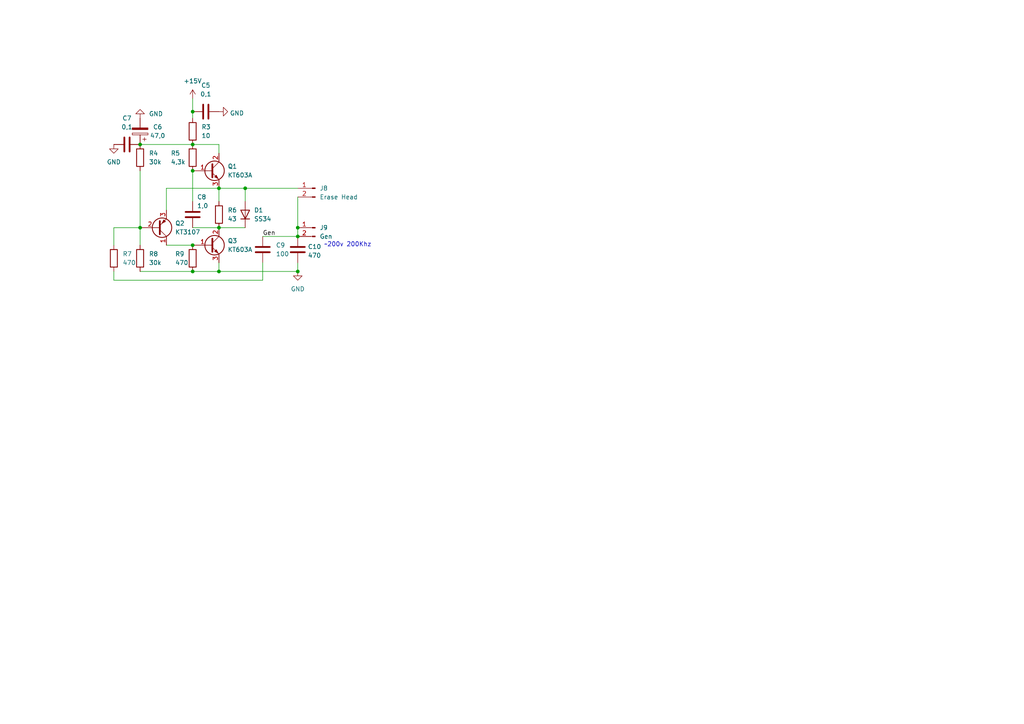
<source format=kicad_sch>
(kicad_sch (version 20211123) (generator eeschema)
  (paper "A4")
  (lib_symbols
    (symbol "Connector:Conn_01x02_Male" (pin_names (offset 1.016) hide)
      (property "Reference" "J" (at 0 2.54 0))
      (property "Value" "Conn_01x02_Male" (at 0 -5.08 0))
      (symbol "Conn_01x02_Male_1_1"
        (polyline (pts (xy 1.27 -2.54) (xy 0.8636 -2.54)) (stroke (width 0.1524)))
        (polyline (pts (xy 1.27 0) (xy 0.8636 0)) (stroke (width 0.1524)))
        (rectangle (start 0.8636 -2.413) (end 0 -2.667) (stroke (width 0.1524)) (fill (type outline)))
        (rectangle (start 0.8636 0.127) (end 0 -0.127) (stroke (width 0.1524)) (fill (type outline)))
        (pin passive line (at 5.08 0 180) (length 3.81) (name "Pin_1") (number "1"))
        (pin passive line (at 5.08 -2.54 180) (length 3.81) (name "Pin_2") (number "2"))
      )
    )
    (symbol "Device:C" (pin_numbers hide) (pin_names (offset 0.254))
      (property "Reference" "C" (at 0.635 2.54 0))
      (property "Value" "C" (at 0.635 -2.54 0))
      (symbol "C_0_1"
        (polyline (pts (xy -2.032 -0.762) (xy 2.032 -0.762)) (stroke (width 0.508)))
        (polyline (pts (xy -2.032 0.762) (xy 2.032 0.762)) (stroke (width 0.508)))
      )
      (symbol "C_1_1"
        (pin passive line (at 0 3.81 270) (length 2.794) (name "~") (number "1"))
        (pin passive line (at 0 -3.81 90) (length 2.794) (name "~") (number "2"))
      )
    )
    (symbol "Device:C_Polarized" (pin_numbers hide) (pin_names (offset 0.254))
      (property "Reference" "C" (at 0.635 2.54 0))
      (property "Value" "C_Polarized" (at 0.635 -2.54 0))
      (symbol "C_Polarized_0_1"
        (rectangle (start -2.286 0.508) (end 2.286 1.016))
        (polyline (pts (xy -1.778 2.286) (xy -0.762 2.286)))
        (polyline (pts (xy -1.27 2.794) (xy -1.27 1.778)))
        (rectangle (start 2.286 -0.508) (end -2.286 -1.016) (fill (type outline)))
      )
      (symbol "C_Polarized_1_1"
        (pin passive line (at 0 3.81 270) (length 2.794) (name "~") (number "1"))
        (pin passive line (at 0 -3.81 90) (length 2.794) (name "~") (number "2"))
      )
    )
    (symbol "Device:D" (pin_numbers hide) (pin_names (offset 1.016) hide)
      (property "Reference" "D" (at 0 2.54 0))
      (property "Value" "D" (at 0 -2.54 0))
      (symbol "D_0_1"
        (polyline (pts (xy -1.27 1.27) (xy -1.27 -1.27)) (stroke (width 0.254)))
        (polyline (pts (xy 1.27 0) (xy -1.27 0)))
        (polyline (pts (xy 1.27 1.27) (xy 1.27 -1.27) (xy -1.27 0) (xy 1.27 1.27)) (stroke (width 0.254)))
      )
      (symbol "D_1_1"
        (pin passive line (at -3.81 0 0) (length 2.54) (name "K") (number "1"))
        (pin passive line (at 3.81 0 180) (length 2.54) (name "A") (number "2"))
      )
    )
    (symbol "Device:Q_NPN_BCE" (pin_names (offset 0) hide)
      (property "Reference" "Q" (at 5.08 1.27 0))
      (property "Value" "Q_NPN_BCE" (at 5.08 -1.27 0))
      (symbol "Q_NPN_BCE_0_1"
        (polyline (pts (xy 0.635 0.635) (xy 2.54 2.54)))
        (polyline (pts (xy 0.635 -0.635) (xy 2.54 -2.54) (xy 2.54 -2.54)))
        (polyline (pts (xy 0.635 1.905) (xy 0.635 -1.905) (xy 0.635 -1.905)) (stroke (width 0.508)))
        (polyline (pts (xy 1.27 -1.778) (xy 1.778 -1.27) (xy 2.286 -2.286) (xy 1.27 -1.778) (xy 1.27 -1.778)) (fill (type outline)))
        (circle (center 1.27 0) (radius 2.8194) (stroke (width 0.254)))
      )
      (symbol "Q_NPN_BCE_1_1"
        (pin input line (at -5.08 0 0) (length 5.715) (name "B") (number "1"))
        (pin passive line (at 2.54 5.08 270) (length 2.54) (name "C") (number "2"))
        (pin passive line (at 2.54 -5.08 90) (length 2.54) (name "E") (number "3"))
      )
    )
    (symbol "Device:Q_PNP_CBE" (pin_names (offset 0) hide)
      (property "Reference" "Q" (at 5.08 1.27 0))
      (property "Value" "Q_PNP_CBE" (at 5.08 -1.27 0))
      (symbol "Q_PNP_CBE_0_1"
        (polyline (pts (xy 0.635 0.635) (xy 2.54 2.54)))
        (polyline (pts (xy 0.635 -0.635) (xy 2.54 -2.54) (xy 2.54 -2.54)))
        (polyline (pts (xy 0.635 1.905) (xy 0.635 -1.905) (xy 0.635 -1.905)) (stroke (width 0.508)))
        (polyline (pts (xy 2.286 -1.778) (xy 1.778 -2.286) (xy 1.27 -1.27) (xy 2.286 -1.778) (xy 2.286 -1.778)) (fill (type outline)))
        (circle (center 1.27 0) (radius 2.8194) (stroke (width 0.254)))
      )
      (symbol "Q_PNP_CBE_1_1"
        (pin passive line (at 2.54 5.08 270) (length 2.54) (name "C") (number "1"))
        (pin input line (at -5.08 0 0) (length 5.715) (name "B") (number "2"))
        (pin passive line (at 2.54 -5.08 90) (length 2.54) (name "E") (number "3"))
      )
    )
    (symbol "Device:R" (pin_numbers hide) (pin_names (offset 0))
      (property "Reference" "R" (at 2.032 0 90))
      (property "Value" "R" (at 0 0 90))
      (symbol "R_0_1"
        (rectangle (start -1.016 -2.54) (end 1.016 2.54) (stroke (width 0.254)))
      )
      (symbol "R_1_1"
        (pin passive line (at 0 3.81 270) (length 1.27) (name "~") (number "1"))
        (pin passive line (at 0 -3.81 90) (length 1.27) (name "~") (number "2"))
      )
    )
    (symbol "power:+15V" (power) (pin_names (offset 0))
      (property "Value" "+15V" (at 0 3.556 0))
      (symbol "+15V_0_1"
        (polyline (pts (xy -0.762 1.27) (xy 0 2.54)))
        (polyline (pts (xy 0 0) (xy 0 2.54)))
        (polyline (pts (xy 0 2.54) (xy 0.762 1.27)))
      )
      (symbol "+15V_1_1"
        (pin power_in line (at 0 0 90) (length 0) hide (name "+15V") (number "1"))
      )
    )
    (symbol "power:GND" (power) (pin_names (offset 0))
      (property "Value" "GND" (at 0 -3.81 0))
      (symbol "GND_0_1"
        (polyline (pts (xy 0 0) (xy 0 -1.27) (xy 1.27 -1.27) (xy 0 -2.54) (xy -1.27 -1.27) (xy 0 -1.27)))
      )
      (symbol "GND_1_1"
        (pin power_in line (at 0 0 270) (length 0) hide (name "GND") (number "1"))
      )
    )
  )
  (junction (at 55.88 49.53))
  (junction (at 63.5 78.74))
  (junction (at 63.5 66.04))
  (junction (at 55.88 71.12))
  (junction (at 86.36 78.74))
  (junction (at 86.36 68.58))
  (junction (at 55.88 41.91))
  (junction (at 55.88 32.385))
  (junction (at 40.64 66.04))
  (junction (at 40.64 41.91))
  (junction (at 86.36 66.04))
  (junction (at 63.5 54.61))
  (junction (at 71.12 54.61))
  (junction (at 55.88 78.74))
  (wire (pts (xy 71.12 54.61) (xy 86.36 54.61)))
  (wire (pts (xy 33.02 81.28) (xy 76.2 81.28)))
  (wire (pts (xy 40.64 78.74) (xy 55.88 78.74)))
  (wire (pts (xy 55.88 49.53) (xy 55.88 58.42)))
  (wire (pts (xy 71.12 54.61) (xy 63.5 54.61)))
  (wire (pts (xy 55.88 32.385) (xy 55.88 34.29)))
  (wire (pts (xy 48.26 54.61) (xy 63.5 54.61)))
  (wire (pts (xy 63.5 66.04) (xy 71.12 66.04)))
  (wire (pts (xy 48.26 60.96) (xy 48.26 54.61)))
  (wire (pts (xy 40.64 41.91) (xy 55.88 41.91)))
  (wire (pts (xy 76.2 81.28) (xy 76.2 76.2)))
  (wire (pts (xy 33.02 78.74) (xy 33.02 81.28)))
  (wire (pts (xy 63.5 76.2) (xy 63.5 78.74)))
  (wire (pts (xy 33.02 66.04) (xy 40.64 66.04)))
  (wire (pts (xy 40.64 66.04) (xy 40.64 71.12)))
  (wire (pts (xy 33.02 71.12) (xy 33.02 66.04)))
  (wire (pts (xy 63.5 54.61) (xy 63.5 58.42)))
  (wire (pts (xy 63.5 44.45) (xy 63.5 41.91)))
  (wire (pts (xy 71.12 58.42) (xy 71.12 54.61)))
  (wire (pts (xy 86.36 66.04) (xy 86.36 68.58)))
  (wire (pts (xy 48.26 71.12) (xy 55.88 71.12)))
  (wire (pts (xy 55.88 66.04) (xy 63.5 66.04)))
  (wire (pts (xy 86.36 76.2) (xy 86.36 78.74)))
  (wire (pts (xy 86.36 78.74) (xy 63.5 78.74)))
  (wire (pts (xy 86.36 57.15) (xy 86.36 66.04)))
  (wire (pts (xy 40.64 49.53) (xy 40.64 66.04)))
  (wire (pts (xy 63.5 41.91) (xy 55.88 41.91)))
  (wire (pts (xy 63.5 78.74) (xy 55.88 78.74)))
  (wire (pts (xy 76.2 68.58) (xy 86.36 68.58)))
  (wire (pts (xy 55.88 28.575) (xy 55.88 32.385)))
  (text "~200v 200Khz" (at 93.98 71.755 0) (effects (font (size 1.27 1.27)) (justify left bottom)))
  (label "Gen" (at 76.2 68.58 0))
  (symbol (lib_id "Device:C") (at 36.83 41.91 270) (unit 1)
    (property "Reference" "C7" (at 36.83 34.29 90))
    (property "Value" "0,1" (at 36.83 36.83 90))
    (property "Footprint" "Capacitor_SMD:C_0805_2012Metric_Pad1.18x1.45mm_HandSolder" (effects hide))
  )
  (symbol (lib_id "Device:R") (at 55.88 74.93 180) (unit 1)
    (property "Reference" "R9" (at 50.8 73.66 0) (effects (justify right)))
    (property "Value" "470" (at 50.8 76.2 0) (effects (justify right)))
    (property "Footprint" "Resistor_SMD:R_1206_3216Metric_Pad1.30x1.75mm_HandSolder" (effects hide))
  )
  (symbol (lib_id "Device:R") (at 33.02 74.93 180) (unit 1)
    (property "Reference" "R7" (at 35.56 73.6599 0) (effects (justify right)))
    (property "Value" "470" (at 35.56 76.1999 0) (effects (justify right)))
    (property "Footprint" "Resistor_SMD:R_1206_3216Metric_Pad1.30x1.75mm_HandSolder" (effects hide))
  )
  (symbol (lib_id "Connector:Conn_01x02_Male") (at 91.44 66.04 0) (mirror y) (unit 1)
    (property "Reference" "J9" (at 92.71 66.0399 0) (effects (justify right)))
    (property "Value" "Gen" (at 92.71 68.5799 0) (effects (justify right)))
    (property "Footprint" "Connector_PinHeader_2.54mm:PinHeader_1x02_P2.54mm_Vertical" (effects hide))
  )
  (symbol (lib_id "Device:R") (at 55.88 45.72 180) (unit 1)
    (property "Reference" "R5" (at 49.53 44.45 0) (effects (justify right)))
    (property "Value" "4,3k" (at 49.53 46.99 0) (effects (justify right)))
    (property "Footprint" "Resistor_SMD:R_1206_3216Metric_Pad1.30x1.75mm_HandSolder" (effects hide))
  )
  (symbol (lib_id "Device:R") (at 40.64 74.93 180) (unit 1)
    (property "Reference" "R8" (at 43.18 73.6599 0) (effects (justify right)))
    (property "Value" "30k" (at 43.18 76.1999 0) (effects (justify right)))
    (property "Footprint" "Resistor_SMD:R_1206_3216Metric_Pad1.30x1.75mm_HandSolder" (effects hide))
  )
  (symbol (lib_id "Device:Q_PNP_CBE") (at 45.72 66.04 0) (mirror x) (unit 1)
    (property "Reference" "Q2" (at 50.8 64.7699 0) (effects (justify left)))
    (property "Value" "KT3107" (at 50.8 67.3099 0) (effects (justify left)))
    (property "Footprint" "Package_TO_SOT_THT:TO-92" (effects hide))
  )
  (symbol (lib_id "power:GND") (at 86.36 78.74 0) (unit 1)
    (property "Reference" "#PWR020" (effects hide))
    (property "Value" "GND" (at 86.36 83.82 0))
  )
  (symbol (lib_id "power:GND") (at 33.02 41.91 0) (unit 1)
    (property "Reference" "#PWR019" (effects hide))
    (property "Value" "GND" (at 33.02 46.99 0))
  )
  (symbol (lib_id "Connector:Conn_01x02_Male") (at 91.44 54.61 0) (mirror y) (unit 1)
    (property "Reference" "J8" (at 92.71 54.6099 0) (effects (justify right)))
    (property "Value" "Erase Head" (at 92.71 57.1499 0) (effects (justify right)))
    (property "Footprint" "Connector_PinHeader_2.54mm:PinHeader_1x02_P2.54mm_Vertical" (effects hide))
  )
  (symbol (lib_id "Device:C") (at 76.2 72.39 180) (unit 1)
    (property "Reference" "C9" (at 80.01 71.1199 0) (effects (justify right)))
    (property "Value" "100" (at 80.01 73.6599 0) (effects (justify right)))
    (property "Footprint" "Capacitor_THT:C_Disc_D5.0mm_W2.5mm_P2.50mm" (effects hide))
  )
  (symbol (lib_id "Device:R") (at 55.88 38.1 180) (unit 1)
    (property "Reference" "R3" (at 58.42 36.8299 0) (effects (justify right)))
    (property "Value" "10" (at 58.42 39.3699 0) (effects (justify right)))
    (property "Footprint" "Resistor_THT:R_Axial_DIN0309_L9.0mm_D3.2mm_P2.54mm_Vertical" (effects hide))
  )
  (symbol (lib_id "Device:C") (at 55.88 62.23 180) (unit 1)
    (property "Reference" "C8" (at 57.15 57.15 0) (effects (justify right)))
    (property "Value" "1,0" (at 57.15 59.69 0) (effects (justify right)))
    (property "Footprint" "Capacitor_SMD:C_0805_2012Metric_Pad1.18x1.45mm_HandSolder" (effects hide))
  )
  (symbol (lib_id "Device:R") (at 40.64 45.72 180) (unit 1)
    (property "Reference" "R4" (at 43.18 44.4499 0) (effects (justify right)))
    (property "Value" "30k" (at 43.18 46.9899 0) (effects (justify right)))
    (property "Footprint" "Resistor_SMD:R_1206_3216Metric_Pad1.30x1.75mm_HandSolder" (effects hide))
  )
  (symbol (lib_id "Device:C") (at 86.36 72.39 180) (unit 1)
    (property "Reference" "C10" (at 89.281 71.5553 0) (effects (justify right)))
    (property "Value" "470" (at 89.281 74.0922 0) (effects (justify right)))
    (property "Footprint" "Capacitor_THT:C_Disc_D5.0mm_W2.5mm_P2.50mm" (effects hide))
  )
  (symbol (lib_id "power:GND") (at 40.64 34.29 180) (unit 1)
    (property "Reference" "#PWR018" (effects hide))
    (property "Value" "GND" (at 43.18 33.0199 0) (effects (justify right)))
  )
  (symbol (lib_id "Device:C_Polarized") (at 40.64 38.1 180) (unit 1)
    (property "Reference" "C6" (at 45.72 36.83 0))
    (property "Value" "47,0" (at 45.72 39.37 0))
    (property "Footprint" "Capacitor_THT:CP_Radial_D6.3mm_P2.50mm" (effects hide))
  )
  (symbol (lib_id "power:GND") (at 63.5 32.385 90) (unit 1)
    (property "Reference" "#PWR017" (effects hide))
    (property "Value" "GND" (at 66.675 32.8188 90) (effects (justify right)))
  )
  (symbol (lib_id "Device:R") (at 63.5 62.23 180) (unit 1)
    (property "Reference" "R6" (at 66.04 60.9599 0) (effects (justify right)))
    (property "Value" "43" (at 66.04 63.4999 0) (effects (justify right)))
    (property "Footprint" "Resistor_THT:R_Axial_DIN0309_L9.0mm_D3.2mm_P2.54mm_Vertical" (effects hide))
  )
  (symbol (lib_id "Device:C") (at 59.69 32.385 270) (unit 1)
    (property "Reference" "C5" (at 59.69 24.765 90))
    (property "Value" "0,1" (at 59.69 27.305 90))
    (property "Footprint" "Capacitor_SMD:C_0805_2012Metric_Pad1.18x1.45mm_HandSolder" (effects hide))
  )
  (symbol (lib_id "Device:D") (at 71.12 62.23 90) (unit 1)
    (property "Reference" "D1" (at 73.66 60.9599 90) (effects (justify right)))
    (property "Value" "SS34" (at 73.66 63.4999 90) (effects (justify right)))
    (property "Footprint" "Diode_SMD:D_SMA-SMB_Universal_Handsoldering" (effects hide))
  )
  (symbol (lib_id "Device:Q_NPN_BCE") (at 60.96 49.53 0) (unit 1)
    (property "Reference" "Q1" (at 66.04 48.2599 0) (effects (justify left)))
    (property "Value" "KT603A" (at 66.04 50.7999 0) (effects (justify left)))
    (property "Footprint" "Package_TO_SOT_THT:TO-92_Wide" (effects hide))
  )
  (symbol (lib_id "power:+15V") (at 55.88 28.575 0) (unit 1)
    (property "Reference" "#PWR016" (effects hide))
    (property "Value" "+15V" (at 55.88 23.495 0))
  )
  (symbol (lib_id "Device:Q_NPN_BCE") (at 60.96 71.12 0) (unit 1)
    (property "Reference" "Q3" (at 66.04 69.8499 0) (effects (justify left)))
    (property "Value" "KT603A" (at 66.04 72.3899 0) (effects (justify left)))
    (property "Footprint" "Package_TO_SOT_THT:TO-92_Wide" (effects hide))
  )
)
</source>
